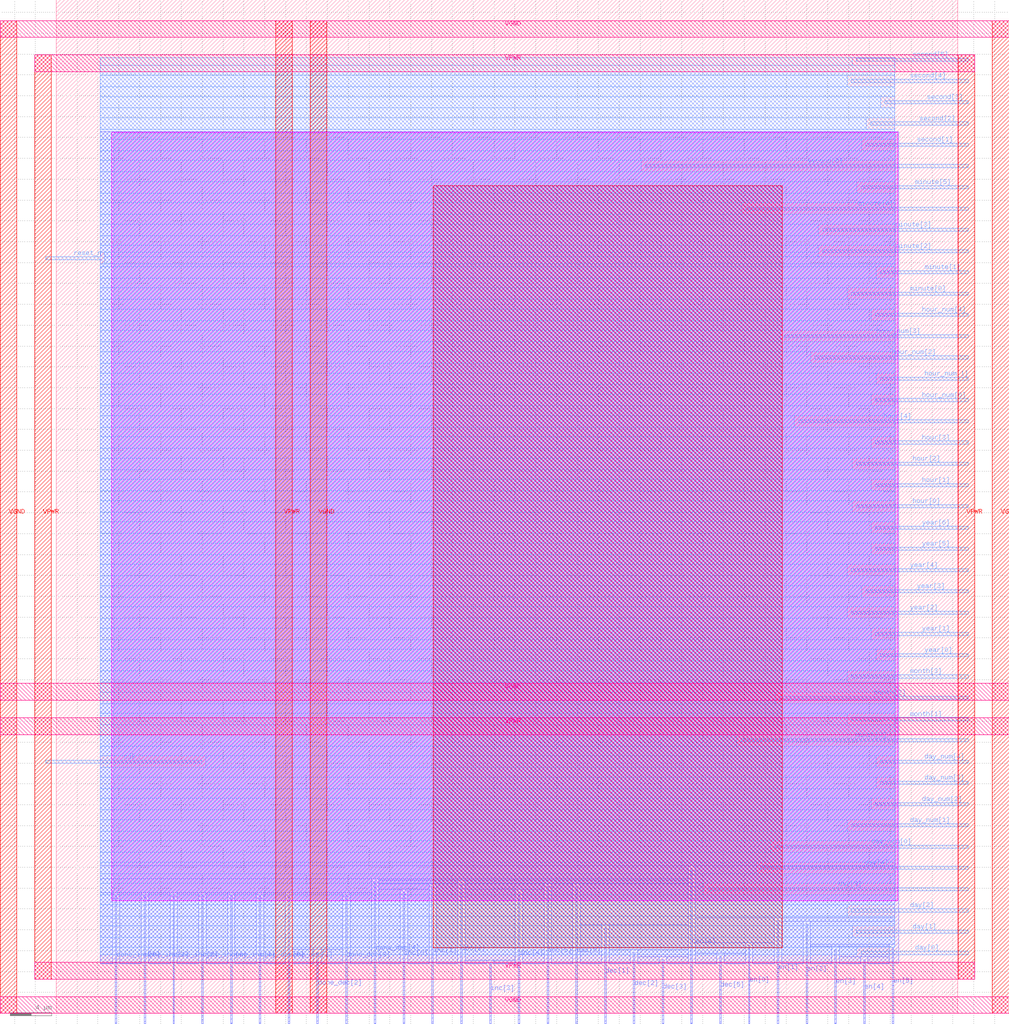
<source format=lef>
VERSION 5.7 ;
  NOWIREEXTENSIONATPIN ON ;
  DIVIDERCHAR "/" ;
  BUSBITCHARS "[]" ;
MACRO counter_all
  CLASS BLOCK ;
  FOREIGN counter_all ;
  ORIGIN 0.000 0.000 ;
  SIZE 86.470 BY 97.190 ;
  PIN VGND
    DIRECTION INOUT ;
    USE GROUND ;
    PORT
      LAYER met4 ;
        RECT -5.380 -0.020 -3.780 95.220 ;
    END
    PORT
      LAYER met5 ;
        RECT -5.380 -0.020 91.400 1.580 ;
    END
    PORT
      LAYER met5 ;
        RECT -5.380 93.620 91.400 95.220 ;
    END
    PORT
      LAYER met4 ;
        RECT 89.800 -0.020 91.400 95.220 ;
    END
    PORT
      LAYER met4 ;
        RECT 24.340 -0.020 25.940 95.220 ;
    END
    PORT
      LAYER met5 ;
        RECT -5.380 30.030 91.400 31.630 ;
    END
  END VGND
  PIN VPWR
    DIRECTION INOUT ;
    USE POWER ;
    PORT
      LAYER met4 ;
        RECT -2.080 3.280 -0.480 91.920 ;
    END
    PORT
      LAYER met5 ;
        RECT -2.080 3.280 88.100 4.880 ;
    END
    PORT
      LAYER met5 ;
        RECT -2.080 90.320 88.100 91.920 ;
    END
    PORT
      LAYER met4 ;
        RECT 86.500 3.280 88.100 91.920 ;
    END
    PORT
      LAYER met4 ;
        RECT 21.040 -0.020 22.640 95.220 ;
    END
    PORT
      LAYER met5 ;
        RECT -5.380 26.730 91.400 28.330 ;
    END
  END VPWR
  PIN clk
    DIRECTION INPUT ;
    USE SIGNAL ;
    ANTENNAGATEAREA 0.852000 ;
    PORT
      LAYER met3 ;
        RECT -1.000 23.990 13.950 24.290 ;
    END
  END clk
  PIN day[0]
    DIRECTION OUTPUT ;
    USE SIGNAL ;
    ANTENNADIFFAREA 0.445500 ;
    PORT
      LAYER met3 ;
        RECT 77.190 5.630 87.470 5.930 ;
    END
  END day[0]
  PIN day[1]
    DIRECTION OUTPUT ;
    USE SIGNAL ;
    ANTENNADIFFAREA 0.445500 ;
    PORT
      LAYER met3 ;
        RECT 76.730 7.670 87.470 7.970 ;
    END
  END day[1]
  PIN day[2]
    DIRECTION OUTPUT ;
    USE SIGNAL ;
    ANTENNADIFFAREA 0.445500 ;
    PORT
      LAYER met3 ;
        RECT 76.270 9.710 87.470 10.010 ;
    END
  END day[2]
  PIN day[3]
    DIRECTION OUTPUT ;
    USE SIGNAL ;
    ANTENNADIFFAREA 0.445500 ;
    PORT
      LAYER met3 ;
        RECT 62.470 11.750 87.470 12.050 ;
    END
  END day[3]
  PIN day[4]
    DIRECTION OUTPUT ;
    USE SIGNAL ;
    ANTENNADIFFAREA 0.445500 ;
    PORT
      LAYER met3 ;
        RECT 67.530 13.790 87.470 14.090 ;
    END
  END day[4]
  PIN day_num[0]
    DIRECTION INPUT ;
    USE SIGNAL ;
    ANTENNAGATEAREA 0.213000 ;
    PORT
      LAYER met3 ;
        RECT 68.910 15.830 87.470 16.130 ;
    END
  END day_num[0]
  PIN day_num[1]
    DIRECTION INPUT ;
    USE SIGNAL ;
    ANTENNAGATEAREA 0.213000 ;
    PORT
      LAYER met3 ;
        RECT 76.270 17.870 87.470 18.170 ;
    END
  END day_num[1]
  PIN day_num[2]
    DIRECTION INPUT ;
    USE SIGNAL ;
    ANTENNAGATEAREA 0.213000 ;
    PORT
      LAYER met3 ;
        RECT 78.570 19.910 87.470 20.210 ;
    END
  END day_num[2]
  PIN day_num[3]
    DIRECTION INPUT ;
    USE SIGNAL ;
    ANTENNAGATEAREA 0.126000 ;
    PORT
      LAYER met3 ;
        RECT 79.030 21.950 87.470 22.250 ;
    END
  END day_num[3]
  PIN day_num[4]
    DIRECTION INPUT ;
    USE SIGNAL ;
    ANTENNAGATEAREA 0.126000 ;
    PORT
      LAYER met3 ;
        RECT 79.030 23.990 87.470 24.290 ;
    END
  END day_num[4]
  PIN dec[0]
    DIRECTION INPUT ;
    USE SIGNAL ;
    ANTENNAGATEAREA 0.196500 ;
    PORT
      LAYER met2 ;
        RECT 49.840 -1.000 49.980 12.140 ;
    END
  END dec[0]
  PIN dec[1]
    DIRECTION INPUT ;
    USE SIGNAL ;
    ANTENNAGATEAREA 0.196500 ;
    PORT
      LAYER met2 ;
        RECT 52.600 -1.000 52.740 8.200 ;
    END
  END dec[1]
  PIN dec[2]
    DIRECTION INPUT ;
    USE SIGNAL ;
    ANTENNAGATEAREA 0.196500 ;
    PORT
      LAYER met2 ;
        RECT 55.360 -1.000 55.500 5.820 ;
    END
  END dec[2]
  PIN dec[3]
    DIRECTION INPUT ;
    USE SIGNAL ;
    ANTENNAGATEAREA 0.196500 ;
    PORT
      LAYER met2 ;
        RECT 58.120 -1.000 58.260 5.140 ;
    END
  END dec[3]
  PIN dec[4]
    DIRECTION INPUT ;
    USE SIGNAL ;
    ANTENNAGATEAREA 0.196500 ;
    PORT
      LAYER met2 ;
        RECT 60.880 -1.000 61.020 13.870 ;
    END
  END dec[4]
  PIN dec[5]
    DIRECTION INPUT ;
    USE SIGNAL ;
    ANTENNAGATEAREA 0.196500 ;
    PORT
      LAYER met2 ;
        RECT 63.640 -1.000 63.780 5.480 ;
    END
  END dec[5]
  PIN done_dec[0]
    DIRECTION OUTPUT ;
    USE SIGNAL ;
    ANTENNADIFFAREA 0.445500 ;
    PORT
      LAYER met2 ;
        RECT 19.480 -1.000 19.620 11.260 ;
    END
  END done_dec[0]
  PIN done_dec[1]
    DIRECTION OUTPUT ;
    USE SIGNAL ;
    ANTENNADIFFAREA 0.445500 ;
    PORT
      LAYER met2 ;
        RECT 22.240 -1.000 22.380 11.260 ;
    END
  END done_dec[1]
  PIN done_dec[2]
    DIRECTION OUTPUT ;
    USE SIGNAL ;
    ANTENNADIFFAREA 0.445500 ;
    PORT
      LAYER met2 ;
        RECT 25.000 -1.000 25.140 5.850 ;
    END
  END done_dec[2]
  PIN done_dec[3]
    DIRECTION OUTPUT ;
    USE SIGNAL ;
    ANTENNADIFFAREA 0.445500 ;
    PORT
      LAYER met2 ;
        RECT 27.760 -1.000 27.900 11.260 ;
    END
  END done_dec[3]
  PIN done_dec[4]
    DIRECTION OUTPUT ;
    USE SIGNAL ;
    ANTENNADIFFAREA 0.445500 ;
    PORT
      LAYER met2 ;
        RECT 30.520 -1.000 30.660 12.620 ;
    END
  END done_dec[4]
  PIN done_inc[0]
    DIRECTION OUTPUT ;
    USE SIGNAL ;
    ANTENNADIFFAREA 0.445500 ;
    PORT
      LAYER met2 ;
        RECT 5.680 -1.000 5.820 11.260 ;
    END
  END done_inc[0]
  PIN done_inc[1]
    DIRECTION OUTPUT ;
    USE SIGNAL ;
    ANTENNADIFFAREA 0.445500 ;
    PORT
      LAYER met2 ;
        RECT 8.440 -1.000 8.580 11.260 ;
    END
  END done_inc[1]
  PIN done_inc[2]
    DIRECTION OUTPUT ;
    USE SIGNAL ;
    ANTENNADIFFAREA 0.445500 ;
    PORT
      LAYER met2 ;
        RECT 11.200 -1.000 11.340 11.260 ;
    END
  END done_inc[2]
  PIN done_inc[3]
    DIRECTION OUTPUT ;
    USE SIGNAL ;
    ANTENNADIFFAREA 0.445500 ;
    PORT
      LAYER met2 ;
        RECT 13.960 -1.000 14.100 11.260 ;
    END
  END done_inc[3]
  PIN done_inc[4]
    DIRECTION OUTPUT ;
    USE SIGNAL ;
    ANTENNADIFFAREA 0.445500 ;
    PORT
      LAYER met2 ;
        RECT 16.720 -1.000 16.860 11.260 ;
    END
  END done_inc[4]
  PIN en[0]
    DIRECTION INPUT ;
    USE SIGNAL ;
    ANTENNAGATEAREA 0.196500 ;
    PORT
      LAYER met2 ;
        RECT 66.400 -1.000 66.540 6.500 ;
    END
  END en[0]
  PIN en[1]
    DIRECTION INPUT ;
    USE SIGNAL ;
    ANTENNAGATEAREA 0.196500 ;
    PORT
      LAYER met2 ;
        RECT 69.160 -1.000 69.300 8.880 ;
    END
  END en[1]
  PIN en[2]
    DIRECTION INPUT ;
    USE SIGNAL ;
    ANTENNAGATEAREA 0.196500 ;
    PORT
      LAYER met2 ;
        RECT 71.920 -1.000 72.060 8.540 ;
    END
  END en[2]
  PIN en[3]
    DIRECTION INPUT ;
    USE SIGNAL ;
    ANTENNAGATEAREA 0.196500 ;
    PORT
      LAYER met2 ;
        RECT 74.680 -1.000 74.820 6.160 ;
    END
  END en[3]
  PIN en[4]
    DIRECTION INPUT ;
    USE SIGNAL ;
    ANTENNAGATEAREA 0.196500 ;
    PORT
      LAYER met2 ;
        RECT 77.440 -1.000 77.580 5.140 ;
    END
  END en[4]
  PIN en[5]
    DIRECTION INPUT ;
    USE SIGNAL ;
    ANTENNAGATEAREA 0.196500 ;
    PORT
      LAYER met2 ;
        RECT 80.200 -1.000 80.340 6.320 ;
    END
  END en[5]
  PIN hour[0]
    DIRECTION OUTPUT ;
    USE SIGNAL ;
    ANTENNADIFFAREA 0.445500 ;
    PORT
      LAYER met3 ;
        RECT 76.730 48.470 87.470 48.770 ;
    END
  END hour[0]
  PIN hour[1]
    DIRECTION OUTPUT ;
    USE SIGNAL ;
    ANTENNADIFFAREA 0.445500 ;
    PORT
      LAYER met3 ;
        RECT 78.570 50.510 87.470 50.810 ;
    END
  END hour[1]
  PIN hour[2]
    DIRECTION OUTPUT ;
    USE SIGNAL ;
    ANTENNADIFFAREA 0.445500 ;
    PORT
      LAYER met3 ;
        RECT 76.730 52.550 87.470 52.850 ;
    END
  END hour[2]
  PIN hour[3]
    DIRECTION OUTPUT ;
    USE SIGNAL ;
    ANTENNADIFFAREA 0.445500 ;
    PORT
      LAYER met3 ;
        RECT 78.570 54.590 87.470 54.890 ;
    END
  END hour[3]
  PIN hour[4]
    DIRECTION OUTPUT ;
    USE SIGNAL ;
    ANTENNADIFFAREA 0.445500 ;
    PORT
      LAYER met3 ;
        RECT 71.210 56.630 87.470 56.930 ;
    END
  END hour[4]
  PIN hour_num[0]
    DIRECTION INPUT ;
    USE SIGNAL ;
    ANTENNAGATEAREA 0.213000 ;
    PORT
      LAYER met3 ;
        RECT 78.570 58.670 87.470 58.970 ;
    END
  END hour_num[0]
  PIN hour_num[1]
    DIRECTION INPUT ;
    USE SIGNAL ;
    ANTENNAGATEAREA 0.196500 ;
    PORT
      LAYER met3 ;
        RECT 79.030 60.710 87.470 61.010 ;
    END
  END hour_num[1]
  PIN hour_num[2]
    DIRECTION INPUT ;
    USE SIGNAL ;
    ANTENNAGATEAREA 0.196500 ;
    PORT
      LAYER met3 ;
        RECT 72.760 62.750 87.470 63.050 ;
    END
  END hour_num[2]
  PIN hour_num[3]
    DIRECTION INPUT ;
    USE SIGNAL ;
    ANTENNAGATEAREA 0.196500 ;
    PORT
      LAYER met3 ;
        RECT 69.830 64.790 87.470 65.090 ;
    END
  END hour_num[3]
  PIN hour_num[4]
    DIRECTION INPUT ;
    USE SIGNAL ;
    ANTENNAGATEAREA 0.213000 ;
    PORT
      LAYER met3 ;
        RECT 78.570 66.830 87.470 67.130 ;
    END
  END hour_num[4]
  PIN inc[0]
    DIRECTION INPUT ;
    USE SIGNAL ;
    ANTENNAGATEAREA 0.196500 ;
    PORT
      LAYER met2 ;
        RECT 33.280 -1.000 33.420 11.600 ;
    END
  END inc[0]
  PIN inc[1]
    DIRECTION INPUT ;
    USE SIGNAL ;
    ANTENNAGATEAREA 0.196500 ;
    PORT
      LAYER met2 ;
        RECT 36.040 -1.000 36.180 12.140 ;
    END
  END inc[1]
  PIN inc[2]
    DIRECTION INPUT ;
    USE SIGNAL ;
    ANTENNAGATEAREA 0.196500 ;
    PORT
      LAYER met2 ;
        RECT 38.800 -1.000 38.940 12.480 ;
    END
  END inc[2]
  PIN inc[3]
    DIRECTION INPUT ;
    USE SIGNAL ;
    ANTENNAGATEAREA 0.196500 ;
    PORT
      LAYER met2 ;
        RECT 41.560 -1.000 41.700 4.800 ;
    END
  END inc[3]
  PIN inc[4]
    DIRECTION INPUT ;
    USE SIGNAL ;
    ANTENNAGATEAREA 0.196500 ;
    PORT
      LAYER met2 ;
        RECT 44.320 -1.000 44.460 11.600 ;
    END
  END inc[4]
  PIN inc[5]
    DIRECTION INPUT ;
    USE SIGNAL ;
    ANTENNAGATEAREA 0.196500 ;
    PORT
      LAYER met2 ;
        RECT 47.080 -1.000 47.220 12.140 ;
    END
  END inc[5]
  PIN minute[0]
    DIRECTION OUTPUT ;
    USE SIGNAL ;
    ANTENNADIFFAREA 0.445500 ;
    PORT
      LAYER met3 ;
        RECT 76.270 68.870 87.470 69.170 ;
    END
  END minute[0]
  PIN minute[1]
    DIRECTION OUTPUT ;
    USE SIGNAL ;
    ANTENNADIFFAREA 0.445500 ;
    PORT
      LAYER met3 ;
        RECT 79.030 70.910 87.470 71.210 ;
    END
  END minute[1]
  PIN minute[2]
    DIRECTION OUTPUT ;
    USE SIGNAL ;
    ANTENNADIFFAREA 0.445500 ;
    PORT
      LAYER met3 ;
        RECT 73.510 72.950 87.470 73.250 ;
    END
  END minute[2]
  PIN minute[3]
    DIRECTION OUTPUT ;
    USE SIGNAL ;
    ANTENNADIFFAREA 0.445500 ;
    PORT
      LAYER met3 ;
        RECT 73.510 74.990 87.470 75.290 ;
    END
  END minute[3]
  PIN minute[4]
    DIRECTION OUTPUT ;
    USE SIGNAL ;
    ANTENNADIFFAREA 0.445500 ;
    PORT
      LAYER met3 ;
        RECT 66.150 77.030 87.470 77.330 ;
    END
  END minute[4]
  PIN minute[5]
    DIRECTION OUTPUT ;
    USE SIGNAL ;
    ANTENNADIFFAREA 0.445500 ;
    PORT
      LAYER met3 ;
        RECT 77.190 79.070 87.470 79.370 ;
    END
  END minute[5]
  PIN month[0]
    DIRECTION OUTPUT ;
    USE SIGNAL ;
    ANTENNADIFFAREA 0.445500 ;
    PORT
      LAYER met3 ;
        RECT 65.690 26.030 87.470 26.330 ;
    END
  END month[0]
  PIN month[1]
    DIRECTION OUTPUT ;
    USE SIGNAL ;
    ANTENNADIFFAREA 0.445500 ;
    PORT
      LAYER met3 ;
        RECT 76.270 28.070 87.470 28.370 ;
    END
  END month[1]
  PIN month[2]
    DIRECTION OUTPUT ;
    USE SIGNAL ;
    ANTENNADIFFAREA 0.445500 ;
    PORT
      LAYER met3 ;
        RECT 69.370 30.110 87.470 30.410 ;
    END
  END month[2]
  PIN month[3]
    DIRECTION OUTPUT ;
    USE SIGNAL ;
    ANTENNADIFFAREA 0.445500 ;
    PORT
      LAYER met3 ;
        RECT 76.270 32.150 87.470 32.450 ;
    END
  END month[3]
  PIN reset_n
    DIRECTION INPUT ;
    USE SIGNAL ;
    ANTENNAGATEAREA 0.126000 ;
    PORT
      LAYER met3 ;
        RECT -1.000 72.270 4.230 72.570 ;
    END
  END reset_n
  PIN second[0]
    DIRECTION OUTPUT ;
    USE SIGNAL ;
    ANTENNADIFFAREA 0.445500 ;
    PORT
      LAYER met3 ;
        RECT 56.490 81.110 87.470 81.410 ;
    END
  END second[0]
  PIN second[1]
    DIRECTION OUTPUT ;
    USE SIGNAL ;
    ANTENNADIFFAREA 0.445500 ;
    PORT
      LAYER met3 ;
        RECT 77.650 83.150 87.470 83.450 ;
    END
  END second[1]
  PIN second[2]
    DIRECTION OUTPUT ;
    USE SIGNAL ;
    ANTENNADIFFAREA 0.445500 ;
    PORT
      LAYER met3 ;
        RECT 78.110 85.190 87.470 85.490 ;
    END
  END second[2]
  PIN second[3]
    DIRECTION OUTPUT ;
    USE SIGNAL ;
    ANTENNADIFFAREA 0.445500 ;
    PORT
      LAYER met3 ;
        RECT 79.490 87.230 87.470 87.530 ;
    END
  END second[3]
  PIN second[4]
    DIRECTION OUTPUT ;
    USE SIGNAL ;
    ANTENNADIFFAREA 0.445500 ;
    PORT
      LAYER met3 ;
        RECT 76.270 89.270 87.470 89.570 ;
    END
  END second[4]
  PIN second[5]
    DIRECTION OUTPUT ;
    USE SIGNAL ;
    ANTENNADIFFAREA 0.445500 ;
    PORT
      LAYER met3 ;
        RECT 76.730 91.310 87.470 91.610 ;
    END
  END second[5]
  PIN year[0]
    DIRECTION OUTPUT ;
    USE SIGNAL ;
    ANTENNADIFFAREA 0.445500 ;
    PORT
      LAYER met3 ;
        RECT 79.030 34.190 87.470 34.490 ;
    END
  END year[0]
  PIN year[1]
    DIRECTION OUTPUT ;
    USE SIGNAL ;
    ANTENNADIFFAREA 0.445500 ;
    PORT
      LAYER met3 ;
        RECT 78.570 36.230 87.470 36.530 ;
    END
  END year[1]
  PIN year[2]
    DIRECTION OUTPUT ;
    USE SIGNAL ;
    ANTENNADIFFAREA 0.445500 ;
    PORT
      LAYER met3 ;
        RECT 76.270 38.270 87.470 38.570 ;
    END
  END year[2]
  PIN year[3]
    DIRECTION OUTPUT ;
    USE SIGNAL ;
    ANTENNADIFFAREA 0.445500 ;
    PORT
      LAYER met3 ;
        RECT 77.650 40.310 87.470 40.610 ;
    END
  END year[3]
  PIN year[4]
    DIRECTION OUTPUT ;
    USE SIGNAL ;
    ANTENNADIFFAREA 0.445500 ;
    PORT
      LAYER met3 ;
        RECT 76.270 42.350 87.470 42.650 ;
    END
  END year[4]
  PIN year[5]
    DIRECTION OUTPUT ;
    USE SIGNAL ;
    ANTENNADIFFAREA 0.445500 ;
    PORT
      LAYER met3 ;
        RECT 78.570 44.390 87.470 44.690 ;
    END
  END year[5]
  PIN year[6]
    DIRECTION OUTPUT ;
    USE SIGNAL ;
    ANTENNADIFFAREA 0.445500 ;
    PORT
      LAYER met3 ;
        RECT 78.570 46.430 87.470 46.730 ;
    END
  END year[6]
  OBS
      LAYER nwell ;
        RECT 5.330 10.795 80.690 84.510 ;
      LAYER li1 ;
        RECT 5.520 10.795 80.500 84.405 ;
      LAYER met1 ;
        RECT 4.210 4.800 80.800 84.560 ;
      LAYER met2 ;
        RECT 4.230 14.150 80.410 91.645 ;
        RECT 4.230 12.900 60.600 14.150 ;
        RECT 4.230 11.540 30.240 12.900 ;
        RECT 4.230 4.770 5.400 11.540 ;
        RECT 6.100 4.770 8.160 11.540 ;
        RECT 8.860 4.770 10.920 11.540 ;
        RECT 11.620 4.770 13.680 11.540 ;
        RECT 14.380 4.770 16.440 11.540 ;
        RECT 17.140 4.770 19.200 11.540 ;
        RECT 19.900 4.770 21.960 11.540 ;
        RECT 22.660 6.130 27.480 11.540 ;
        RECT 22.660 4.770 24.720 6.130 ;
        RECT 25.420 4.770 27.480 6.130 ;
        RECT 28.180 4.770 30.240 11.540 ;
        RECT 30.940 12.760 60.600 12.900 ;
        RECT 30.940 12.420 38.520 12.760 ;
        RECT 30.940 11.880 35.760 12.420 ;
        RECT 30.940 4.770 33.000 11.880 ;
        RECT 33.700 4.770 35.760 11.880 ;
        RECT 36.460 4.770 38.520 12.420 ;
        RECT 39.220 12.420 60.600 12.760 ;
        RECT 39.220 11.880 46.800 12.420 ;
        RECT 39.220 5.080 44.040 11.880 ;
        RECT 39.220 4.770 41.280 5.080 ;
        RECT 41.980 4.770 44.040 5.080 ;
        RECT 44.740 4.770 46.800 11.880 ;
        RECT 47.500 4.770 49.560 12.420 ;
        RECT 50.260 8.480 60.600 12.420 ;
        RECT 50.260 4.770 52.320 8.480 ;
        RECT 53.020 6.100 60.600 8.480 ;
        RECT 53.020 4.770 55.080 6.100 ;
        RECT 55.780 5.420 60.600 6.100 ;
        RECT 55.780 4.770 57.840 5.420 ;
        RECT 58.540 4.770 60.600 5.420 ;
        RECT 61.300 9.160 80.410 14.150 ;
        RECT 61.300 6.780 68.880 9.160 ;
        RECT 61.300 5.760 66.120 6.780 ;
        RECT 61.300 4.770 63.360 5.760 ;
        RECT 64.060 4.770 66.120 5.760 ;
        RECT 66.820 4.770 68.880 6.780 ;
        RECT 69.580 8.820 80.410 9.160 ;
        RECT 69.580 4.770 71.640 8.820 ;
        RECT 72.340 6.600 80.410 8.820 ;
        RECT 72.340 6.440 79.920 6.600 ;
        RECT 72.340 4.770 74.400 6.440 ;
        RECT 75.100 5.420 79.920 6.440 ;
        RECT 75.100 4.770 77.160 5.420 ;
        RECT 77.860 4.770 79.920 5.420 ;
      LAYER met3 ;
        RECT 4.205 90.910 76.330 91.625 ;
        RECT 4.205 89.970 80.435 90.910 ;
        RECT 4.205 88.870 75.870 89.970 ;
        RECT 4.205 87.930 80.435 88.870 ;
        RECT 4.205 86.830 79.090 87.930 ;
        RECT 4.205 85.890 80.435 86.830 ;
        RECT 4.205 84.790 77.710 85.890 ;
        RECT 4.205 83.850 80.435 84.790 ;
        RECT 4.205 82.750 77.250 83.850 ;
        RECT 4.205 81.810 80.435 82.750 ;
        RECT 4.205 80.710 56.090 81.810 ;
        RECT 4.205 79.770 80.435 80.710 ;
        RECT 4.205 78.670 76.790 79.770 ;
        RECT 4.205 77.730 80.435 78.670 ;
        RECT 4.205 76.630 65.750 77.730 ;
        RECT 4.205 75.690 80.435 76.630 ;
        RECT 4.205 74.590 73.110 75.690 ;
        RECT 4.205 73.650 80.435 74.590 ;
        RECT 4.205 72.970 73.110 73.650 ;
        RECT 4.630 72.550 73.110 72.970 ;
        RECT 4.630 71.870 80.435 72.550 ;
        RECT 4.205 71.610 80.435 71.870 ;
        RECT 4.205 70.510 78.630 71.610 ;
        RECT 4.205 69.570 80.435 70.510 ;
        RECT 4.205 68.470 75.870 69.570 ;
        RECT 4.205 67.530 80.435 68.470 ;
        RECT 4.205 66.430 78.170 67.530 ;
        RECT 4.205 65.490 80.435 66.430 ;
        RECT 4.205 64.390 69.430 65.490 ;
        RECT 4.205 63.450 80.435 64.390 ;
        RECT 4.205 62.350 72.360 63.450 ;
        RECT 4.205 61.410 80.435 62.350 ;
        RECT 4.205 60.310 78.630 61.410 ;
        RECT 4.205 59.370 80.435 60.310 ;
        RECT 4.205 58.270 78.170 59.370 ;
        RECT 4.205 57.330 80.435 58.270 ;
        RECT 4.205 56.230 70.810 57.330 ;
        RECT 4.205 55.290 80.435 56.230 ;
        RECT 4.205 54.190 78.170 55.290 ;
        RECT 4.205 53.250 80.435 54.190 ;
        RECT 4.205 52.150 76.330 53.250 ;
        RECT 4.205 51.210 80.435 52.150 ;
        RECT 4.205 50.110 78.170 51.210 ;
        RECT 4.205 49.170 80.435 50.110 ;
        RECT 4.205 48.070 76.330 49.170 ;
        RECT 4.205 47.130 80.435 48.070 ;
        RECT 4.205 46.030 78.170 47.130 ;
        RECT 4.205 45.090 80.435 46.030 ;
        RECT 4.205 43.990 78.170 45.090 ;
        RECT 4.205 43.050 80.435 43.990 ;
        RECT 4.205 41.950 75.870 43.050 ;
        RECT 4.205 41.010 80.435 41.950 ;
        RECT 4.205 39.910 77.250 41.010 ;
        RECT 4.205 38.970 80.435 39.910 ;
        RECT 4.205 37.870 75.870 38.970 ;
        RECT 4.205 36.930 80.435 37.870 ;
        RECT 4.205 35.830 78.170 36.930 ;
        RECT 4.205 34.890 80.435 35.830 ;
        RECT 4.205 33.790 78.630 34.890 ;
        RECT 4.205 32.850 80.435 33.790 ;
        RECT 4.205 31.750 75.870 32.850 ;
        RECT 4.205 30.810 80.435 31.750 ;
        RECT 4.205 29.710 68.970 30.810 ;
        RECT 4.205 28.770 80.435 29.710 ;
        RECT 4.205 27.670 75.870 28.770 ;
        RECT 4.205 26.730 80.435 27.670 ;
        RECT 4.205 25.630 65.290 26.730 ;
        RECT 4.205 24.690 80.435 25.630 ;
        RECT 14.350 23.590 78.630 24.690 ;
        RECT 4.205 22.650 80.435 23.590 ;
        RECT 4.205 21.550 78.630 22.650 ;
        RECT 4.205 20.610 80.435 21.550 ;
        RECT 4.205 19.510 78.170 20.610 ;
        RECT 4.205 18.570 80.435 19.510 ;
        RECT 4.205 17.470 75.870 18.570 ;
        RECT 4.205 16.530 80.435 17.470 ;
        RECT 4.205 15.430 68.510 16.530 ;
        RECT 4.205 14.490 80.435 15.430 ;
        RECT 4.205 13.390 67.130 14.490 ;
        RECT 4.205 12.450 80.435 13.390 ;
        RECT 4.205 11.350 62.070 12.450 ;
        RECT 4.205 10.410 80.435 11.350 ;
        RECT 4.205 9.310 75.870 10.410 ;
        RECT 4.205 8.370 80.435 9.310 ;
        RECT 4.205 7.270 76.330 8.370 ;
        RECT 4.205 6.330 80.435 7.270 ;
        RECT 4.205 5.615 76.790 6.330 ;
      LAYER met4 ;
        RECT 36.175 6.295 69.625 79.385 ;
  END
END counter_all
END LIBRARY


</source>
